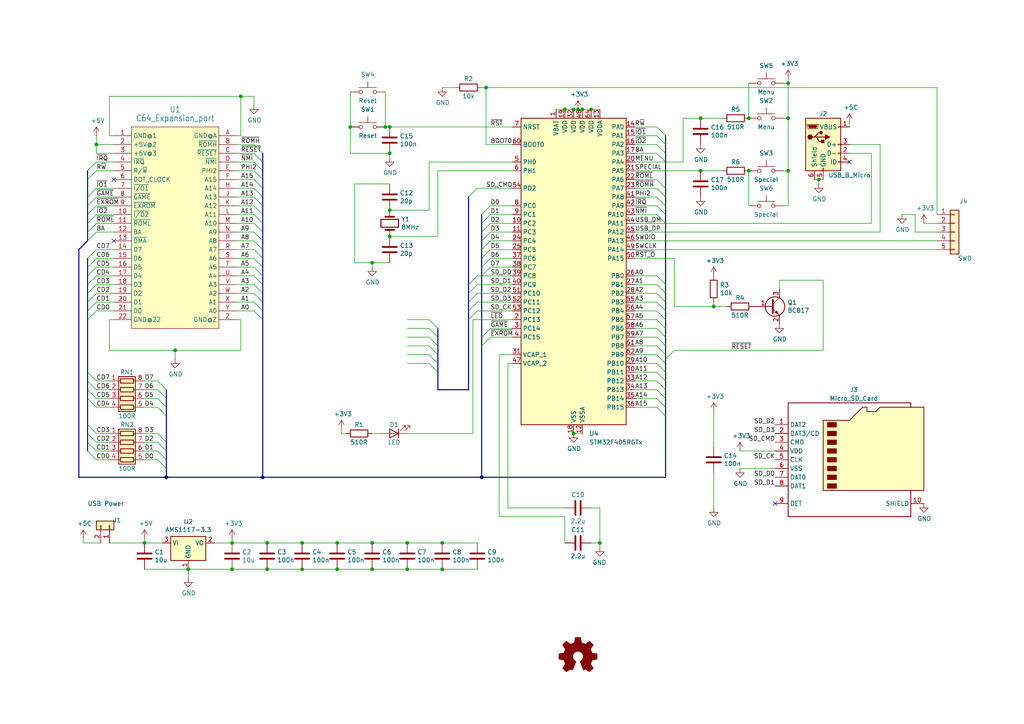
<source format=kicad_sch>
(kicad_sch (version 20230121) (generator eeschema)
  (paper "A4")
  (title_block (title "Kung Fu Flash reworked") (date "2023-06-02") (rev "2") (company "reworked PCB by FLACO 2023 based on design by Kim Jorgensen") (comment 1 "open hardware license") (comment 2 "github.com/f1ac0/C64") (comment 3 "github.com/KimJorgensen/KungFuFlash") (comment 4 "I changed the footprints for the parts I had in stock, updated the routing to suit my style"))
  (junction (at 77.47 165.1))
  (junction (at 54.61 165.1))
  (junction (at 228.6 24.13))
  (junction (at 101.6 36.83))
  (junction (at 50.8 101.6))
  (junction (at 228.6 49.53))
  (junction (at 168.91 31.75))
  (junction (at 217.17 49.53))
  (junction (at 67.31 157.48))
  (junction (at 139.7 138.43))
  (junction (at 113.03 60.96))
  (junction (at 87.63 157.48))
  (junction (at 97.79 157.48))
  (junction (at 107.95 76.2))
  (junction (at 118.11 157.48))
  (junction (at 228.6 34.29))
  (junction (at 171.45 31.75))
  (junction (at 203.2 34.29))
  (junction (at 166.37 125.73))
  (junction (at 173.99 157.48))
  (junction (at 237.49 52.07))
  (junction (at 113.03 68.58))
  (junction (at 87.63 165.1))
  (junction (at 48.26 138.43))
  (junction (at 128.27 165.1))
  (junction (at 107.95 165.1))
  (junction (at 97.79 165.1))
  (junction (at 140.97 25.4))
  (junction (at 41.91 157.48))
  (junction (at 77.47 157.48))
  (junction (at 69.85 27.94))
  (junction (at 111.76 36.83))
  (junction (at 163.83 31.75))
  (junction (at 203.2 49.53))
  (junction (at 67.31 165.1))
  (junction (at 113.03 44.45))
  (junction (at 167.64 31.75))
  (junction (at 128.27 157.48))
  (junction (at 113.03 36.83))
  (junction (at 118.11 165.1))
  (junction (at 217.17 34.29))
  (junction (at 27.94 41.91))
  (junction (at 166.37 31.75))
  (junction (at 207.01 88.9))
  (junction (at 76.2 138.43))
  (junction (at 107.95 157.48))
  (no_connect (at 224.79 146.05))
  (no_connect (at 246.38 46.99))
  (no_connect (at 33.02 69.85))
  (no_connect (at 33.02 52.07))
  (bus_entry (at 190.5 107.95) (size 2.54 2.54))
  (bus_entry (at 25.4 113.03) (size 2.54 2.54))
  (bus_entry (at 73.66 64.77) (size 2.54 2.54))
  (bus_entry (at 25.4 80.01) (size 2.54 -2.54))
  (bus_entry (at 190.5 97.79) (size 2.54 2.54))
  (bus_entry (at 25.4 52.07) (size 2.54 -2.54))
  (bus_entry (at 45.72 115.57) (size 2.54 2.54))
  (bus_entry (at 124.46 97.79) (size 2.54 2.54))
  (bus_entry (at 124.46 92.71) (size 2.54 2.54))
  (bus_entry (at 25.4 74.93) (size 2.54 -2.54))
  (bus_entry (at 135.89 90.17) (size 2.54 -2.54))
  (bus_entry (at 190.5 118.11) (size 2.54 2.54))
  (bus_entry (at 135.89 92.71) (size 2.54 -2.54))
  (bus_entry (at 73.66 59.69) (size 2.54 2.54))
  (bus_entry (at 190.5 100.33) (size 2.54 2.54))
  (bus_entry (at 45.72 128.27) (size 2.54 2.54))
  (bus_entry (at 25.4 128.27) (size 2.54 2.54))
  (bus_entry (at 25.4 59.69) (size 2.54 -2.54))
  (bus_entry (at 73.66 82.55) (size 2.54 2.54))
  (bus_entry (at 25.4 49.53) (size 2.54 -2.54))
  (bus_entry (at 73.66 41.91) (size 2.54 2.54))
  (bus_entry (at 25.4 115.57) (size 2.54 2.54))
  (bus_entry (at 25.4 92.71) (size 2.54 -2.54))
  (bus_entry (at 124.46 100.33) (size 2.54 2.54))
  (bus_entry (at 73.66 49.53) (size 2.54 2.54))
  (bus_entry (at 73.66 67.31) (size 2.54 2.54))
  (bus_entry (at 73.66 74.93) (size 2.54 2.54))
  (bus_entry (at 190.5 52.07) (size 2.54 2.54))
  (bus_entry (at 73.66 77.47) (size 2.54 2.54))
  (bus_entry (at 135.89 87.63) (size 2.54 -2.54))
  (bus_entry (at 124.46 102.87) (size 2.54 2.54))
  (bus_entry (at 25.4 67.31) (size 2.54 -2.54))
  (bus_entry (at 190.5 113.03) (size 2.54 2.54))
  (bus_entry (at 139.7 74.93) (size 2.54 -2.54))
  (bus_entry (at 139.7 64.77) (size 2.54 -2.54))
  (bus_entry (at 25.4 90.17) (size 2.54 -2.54))
  (bus_entry (at 25.4 77.47) (size 2.54 -2.54))
  (bus_entry (at 73.66 87.63) (size 2.54 2.54))
  (bus_entry (at 45.72 113.03) (size 2.54 2.54))
  (bus_entry (at 73.66 54.61) (size 2.54 2.54))
  (bus_entry (at 190.5 87.63) (size 2.54 2.54))
  (bus_entry (at 73.66 44.45) (size 2.54 2.54))
  (bus_entry (at 190.5 85.09) (size 2.54 2.54))
  (bus_entry (at 190.5 59.69) (size 2.54 2.54))
  (bus_entry (at 73.66 80.01) (size 2.54 2.54))
  (bus_entry (at 139.7 100.33) (size 2.54 -2.54))
  (bus_entry (at 190.5 41.91) (size 2.54 2.54))
  (bus_entry (at 190.5 115.57) (size 2.54 2.54))
  (bus_entry (at 190.5 39.37) (size 2.54 2.54))
  (bus_entry (at 25.4 125.73) (size 2.54 2.54))
  (bus_entry (at 139.7 67.31) (size 2.54 -2.54))
  (bus_entry (at 73.66 46.99) (size 2.54 2.54))
  (bus_entry (at 73.66 90.17) (size 2.54 2.54))
  (bus_entry (at 139.7 80.01) (size 2.54 -2.54))
  (bus_entry (at 45.72 130.81) (size 2.54 2.54))
  (bus_entry (at 190.5 80.01) (size 2.54 2.54))
  (bus_entry (at 25.4 107.95) (size 2.54 2.54))
  (bus_entry (at 139.7 97.79) (size 2.54 -2.54))
  (bus_entry (at 73.66 69.85) (size 2.54 2.54))
  (bus_entry (at 25.4 85.09) (size 2.54 -2.54))
  (bus_entry (at 25.4 82.55) (size 2.54 -2.54))
  (bus_entry (at 135.89 85.09) (size 2.54 -2.54))
  (bus_entry (at 193.04 104.14) (size 2.54 -2.54))
  (bus_entry (at 135.89 57.15) (size 2.54 -2.54))
  (bus_entry (at 45.72 133.35) (size 2.54 2.54))
  (bus_entry (at 25.4 110.49) (size 2.54 2.54))
  (bus_entry (at 190.5 105.41) (size 2.54 2.54))
  (bus_entry (at 135.89 82.55) (size 2.54 -2.54))
  (bus_entry (at 73.66 57.15) (size 2.54 2.54))
  (bus_entry (at 25.4 87.63) (size 2.54 -2.54))
  (bus_entry (at 190.5 90.17) (size 2.54 2.54))
  (bus_entry (at 139.7 77.47) (size 2.54 -2.54))
  (bus_entry (at 25.4 130.81) (size 2.54 2.54))
  (bus_entry (at 139.7 62.23) (size 2.54 -2.54))
  (bus_entry (at 73.66 52.07) (size 2.54 2.54))
  (bus_entry (at 139.7 69.85) (size 2.54 -2.54))
  (bus_entry (at 190.5 110.49) (size 2.54 2.54))
  (bus_entry (at 73.66 62.23) (size 2.54 2.54))
  (bus_entry (at 190.5 102.87) (size 2.54 2.54))
  (bus_entry (at 73.66 85.09) (size 2.54 2.54))
  (bus_entry (at 190.5 95.25) (size 2.54 2.54))
  (bus_entry (at 73.66 72.39) (size 2.54 2.54))
  (bus_entry (at 25.4 69.85) (size 2.54 -2.54))
  (bus_entry (at 45.72 125.73) (size 2.54 2.54))
  (bus_entry (at 25.4 123.19) (size 2.54 2.54))
  (bus_entry (at 190.5 57.15) (size 2.54 2.54))
  (bus_entry (at 139.7 72.39) (size 2.54 -2.54))
  (bus_entry (at 124.46 95.25) (size 2.54 2.54))
  (bus_entry (at 124.46 105.41) (size 2.54 2.54))
  (bus_entry (at 45.72 118.11) (size 2.54 2.54))
  (bus_entry (at 25.4 57.15) (size 2.54 -2.54))
  (bus_entry (at 25.4 64.77) (size 2.54 -2.54))
  (bus_entry (at 190.5 54.61) (size 2.54 2.54))
  (bus_entry (at 190.5 82.55) (size 2.54 2.54))
  (bus_entry (at 190.5 44.45) (size 2.54 2.54))
  (bus_entry (at 25.4 62.23) (size 2.54 -2.54))
  (bus_entry (at 190.5 92.71) (size 2.54 2.54))
  (bus_entry (at 45.72 110.49) (size 2.54 2.54))
  (bus_entry (at 190.5 36.83) (size 2.54 2.54))
  (bus_entry (at 190.5 62.23) (size 2.54 2.54))
  (wire (pts (xy 27.94 110.49) (xy 31.75 110.49)))
  (wire (pts (xy 207.01 119.38) (xy 207.01 129.54)))
  (wire (pts (xy 261.62 62.23) (xy 265.43 62.23)))
  (wire (pts (xy 140.97 41.91) (xy 140.97 25.4)))
  (bus (pts (xy 193.04 87.63) (xy 193.04 90.17)))
  (bus (pts (xy 76.2 59.69) (xy 76.2 62.23)))
  (wire (pts (xy 252.73 44.45) (xy 246.38 44.45)))
  (wire (pts (xy 228.6 49.53) (xy 227.33 49.53)))
  (wire (pts (xy 142.24 69.85) (xy 148.59 69.85)))
  (wire (pts (xy 50.8 101.6) (xy 69.85 101.6)))
  (wire (pts (xy 271.78 25.4) (xy 271.78 62.23)))
  (wire (pts (xy 167.64 31.75) (xy 166.37 31.75)))
  (wire (pts (xy 27.94 125.73) (xy 31.75 125.73)))
  (wire (pts (xy 144.78 149.86) (xy 144.78 102.87)))
  (bus (pts (xy 127 107.95) (xy 127 113.03)))
  (bus (pts (xy 193.04 92.71) (xy 193.04 95.25)))
  (bus (pts (xy 25.4 128.27) (xy 25.4 130.81)))
  (wire (pts (xy 73.66 27.94) (xy 73.66 30.48)))
  (bus (pts (xy 193.04 90.17) (xy 193.04 92.71)))
  (wire (pts (xy 62.23 157.48) (xy 67.31 157.48)))
  (wire (pts (xy 68.58 80.01) (xy 73.66 80.01)))
  (wire (pts (xy 68.58 64.77) (xy 73.66 64.77)))
  (wire (pts (xy 41.91 110.49) (xy 45.72 110.49)))
  (wire (pts (xy 41.91 115.57) (xy 45.72 115.57)))
  (wire (pts (xy 27.94 77.47) (xy 33.02 77.47)))
  (bus (pts (xy 22.86 138.43) (xy 48.26 138.43)))
  (wire (pts (xy 54.61 165.1) (xy 54.61 167.64)))
  (wire (pts (xy 27.94 74.93) (xy 33.02 74.93)))
  (bus (pts (xy 25.4 52.07) (xy 25.4 57.15)))
  (wire (pts (xy 111.76 36.83) (xy 113.03 36.83)))
  (wire (pts (xy 184.15 62.23) (xy 190.5 62.23)))
  (wire (pts (xy 138.43 82.55) (xy 148.59 82.55)))
  (wire (pts (xy 68.58 77.47) (xy 73.66 77.47)))
  (bus (pts (xy 76.2 64.77) (xy 76.2 67.31)))
  (wire (pts (xy 184.15 72.39) (xy 271.78 72.39)))
  (wire (pts (xy 27.94 118.11) (xy 31.75 118.11)))
  (wire (pts (xy 184.15 92.71) (xy 190.5 92.71)))
  (wire (pts (xy 118.11 125.73) (xy 137.16 125.73)))
  (bus (pts (xy 25.4 59.69) (xy 25.4 62.23)))
  (wire (pts (xy 228.6 34.29) (xy 228.6 49.53)))
  (bus (pts (xy 25.4 107.95) (xy 25.4 110.49)))
  (wire (pts (xy 203.2 34.29) (xy 209.55 34.29)))
  (wire (pts (xy 107.95 76.2) (xy 113.03 76.2)))
  (wire (pts (xy 184.15 52.07) (xy 190.5 52.07)))
  (bus (pts (xy 76.2 67.31) (xy 76.2 69.85)))
  (wire (pts (xy 184.15 113.03) (xy 190.5 113.03)))
  (wire (pts (xy 101.6 36.83) (xy 101.6 44.45)))
  (wire (pts (xy 31.75 27.94) (xy 69.85 27.94)))
  (wire (pts (xy 195.58 74.93) (xy 195.58 88.9)))
  (wire (pts (xy 238.76 81.28) (xy 226.06 81.28)))
  (bus (pts (xy 127 95.25) (xy 127 97.79)))
  (wire (pts (xy 124.46 46.99) (xy 148.59 46.99)))
  (wire (pts (xy 99.06 125.73) (xy 100.33 125.73)))
  (wire (pts (xy 142.24 64.77) (xy 148.59 64.77)))
  (wire (pts (xy 27.94 87.63) (xy 33.02 87.63)))
  (wire (pts (xy 67.31 157.48) (xy 67.31 156.21)))
  (bus (pts (xy 22.86 72.39) (xy 25.4 69.85)))
  (wire (pts (xy 207.01 88.9) (xy 210.82 88.9)))
  (wire (pts (xy 31.75 101.6) (xy 50.8 101.6)))
  (wire (pts (xy 68.58 74.93) (xy 73.66 74.93)))
  (wire (pts (xy 184.15 36.83) (xy 190.5 36.83)))
  (wire (pts (xy 184.15 59.69) (xy 190.5 59.69)))
  (wire (pts (xy 124.46 60.96) (xy 113.03 60.96)))
  (bus (pts (xy 135.89 90.17) (xy 135.89 92.71)))
  (bus (pts (xy 193.04 95.25) (xy 193.04 97.79)))
  (wire (pts (xy 68.58 85.09) (xy 73.66 85.09)))
  (wire (pts (xy 99.06 124.46) (xy 99.06 125.73)))
  (bus (pts (xy 25.4 82.55) (xy 25.4 85.09)))
  (wire (pts (xy 113.03 44.45) (xy 113.03 45.72)))
  (bus (pts (xy 25.4 113.03) (xy 25.4 115.57)))
  (bus (pts (xy 25.4 49.53) (xy 25.4 52.07)))
  (bus (pts (xy 76.2 82.55) (xy 76.2 85.09)))
  (wire (pts (xy 166.37 125.73) (xy 168.91 125.73)))
  (wire (pts (xy 228.6 22.86) (xy 228.6 24.13)))
  (wire (pts (xy 207.01 137.16) (xy 207.01 147.32)))
  (wire (pts (xy 142.24 67.31) (xy 148.59 67.31)))
  (bus (pts (xy 76.2 90.17) (xy 76.2 92.71)))
  (wire (pts (xy 27.94 72.39) (xy 33.02 72.39)))
  (wire (pts (xy 27.94 133.35) (xy 31.75 133.35)))
  (bus (pts (xy 76.2 62.23) (xy 76.2 64.77)))
  (wire (pts (xy 73.66 27.94) (xy 69.85 27.94)))
  (bus (pts (xy 193.04 39.37) (xy 193.04 41.91)))
  (wire (pts (xy 118.11 92.71) (xy 124.46 92.71)))
  (bus (pts (xy 25.4 62.23) (xy 25.4 64.77)))
  (wire (pts (xy 147.32 105.41) (xy 147.32 147.32)))
  (wire (pts (xy 87.63 165.1) (xy 97.79 165.1)))
  (bus (pts (xy 76.2 69.85) (xy 76.2 72.39)))
  (wire (pts (xy 27.94 62.23) (xy 33.02 62.23)))
  (wire (pts (xy 184.15 54.61) (xy 190.5 54.61)))
  (bus (pts (xy 139.7 100.33) (xy 139.7 138.43)))
  (bus (pts (xy 193.04 82.55) (xy 193.04 85.09)))
  (wire (pts (xy 69.85 27.94) (xy 69.85 39.37)))
  (wire (pts (xy 128.27 157.48) (xy 118.11 157.48)))
  (wire (pts (xy 184.15 90.17) (xy 190.5 90.17)))
  (wire (pts (xy 27.94 57.15) (xy 33.02 57.15)))
  (bus (pts (xy 193.04 54.61) (xy 193.04 57.15)))
  (bus (pts (xy 48.26 130.81) (xy 48.26 133.35)))
  (wire (pts (xy 68.58 39.37) (xy 69.85 39.37)))
  (bus (pts (xy 76.2 57.15) (xy 76.2 59.69)))
  (bus (pts (xy 139.7 138.43) (xy 193.04 138.43)))
  (wire (pts (xy 203.2 49.53) (xy 209.55 49.53)))
  (wire (pts (xy 142.24 59.69) (xy 148.59 59.69)))
  (wire (pts (xy 173.99 31.75) (xy 171.45 31.75)))
  (wire (pts (xy 184.15 115.57) (xy 190.5 115.57)))
  (wire (pts (xy 68.58 69.85) (xy 73.66 69.85)))
  (wire (pts (xy 27.94 59.69) (xy 33.02 59.69)))
  (wire (pts (xy 142.24 62.23) (xy 148.59 62.23)))
  (bus (pts (xy 76.2 138.43) (xy 139.7 138.43)))
  (wire (pts (xy 77.47 165.1) (xy 87.63 165.1)))
  (wire (pts (xy 265.43 62.23) (xy 265.43 67.31)))
  (wire (pts (xy 193.04 64.77) (xy 252.73 64.77)))
  (bus (pts (xy 76.2 85.09) (xy 76.2 87.63)))
  (wire (pts (xy 27.94 128.27) (xy 31.75 128.27)))
  (wire (pts (xy 193.04 46.99) (xy 198.12 46.99)))
  (wire (pts (xy 138.43 87.63) (xy 148.59 87.63)))
  (wire (pts (xy 246.38 41.91) (xy 255.27 41.91)))
  (wire (pts (xy 184.15 105.41) (xy 190.5 105.41)))
  (wire (pts (xy 54.61 165.1) (xy 67.31 165.1)))
  (wire (pts (xy 184.15 118.11) (xy 190.5 118.11)))
  (wire (pts (xy 41.91 125.73) (xy 45.72 125.73)))
  (wire (pts (xy 173.99 157.48) (xy 171.45 157.48)))
  (wire (pts (xy 184.15 100.33) (xy 190.5 100.33)))
  (wire (pts (xy 227.33 24.13) (xy 228.6 24.13)))
  (bus (pts (xy 135.89 113.03) (xy 127 113.03)))
  (wire (pts (xy 207.01 87.63) (xy 207.01 88.9)))
  (wire (pts (xy 137.16 92.71) (xy 137.16 125.73)))
  (wire (pts (xy 217.17 49.53) (xy 217.17 59.69)))
  (bus (pts (xy 48.26 128.27) (xy 48.26 130.81)))
  (bus (pts (xy 76.2 80.01) (xy 76.2 82.55)))
  (bus (pts (xy 139.7 80.01) (xy 139.7 97.79)))
  (wire (pts (xy 142.24 74.93) (xy 148.59 74.93)))
  (bus (pts (xy 193.04 107.95) (xy 193.04 110.49)))
  (bus (pts (xy 25.4 85.09) (xy 25.4 87.63)))
  (wire (pts (xy 27.94 39.37) (xy 27.94 41.91)))
  (wire (pts (xy 118.11 102.87) (xy 124.46 102.87)))
  (wire (pts (xy 27.94 90.17) (xy 33.02 90.17)))
  (bus (pts (xy 193.04 104.14) (xy 193.04 105.41)))
  (bus (pts (xy 193.04 44.45) (xy 193.04 46.99)))
  (wire (pts (xy 87.63 157.48) (xy 77.47 157.48)))
  (wire (pts (xy 118.11 97.79) (xy 124.46 97.79)))
  (wire (pts (xy 31.75 39.37) (xy 31.75 27.94)))
  (wire (pts (xy 107.95 165.1) (xy 118.11 165.1)))
  (wire (pts (xy 163.83 149.86) (xy 163.83 157.48)))
  (bus (pts (xy 193.04 46.99) (xy 193.04 54.61)))
  (bus (pts (xy 193.04 113.03) (xy 193.04 115.57)))
  (bus (pts (xy 25.4 125.73) (xy 25.4 128.27)))
  (wire (pts (xy 195.58 101.6) (xy 238.76 101.6)))
  (bus (pts (xy 135.89 92.71) (xy 135.89 113.03)))
  (wire (pts (xy 24.13 156.21) (xy 24.13 157.48)))
  (wire (pts (xy 27.94 44.45) (xy 27.94 41.91)))
  (wire (pts (xy 140.97 25.4) (xy 271.78 25.4)))
  (wire (pts (xy 41.91 156.21) (xy 41.91 157.48)))
  (wire (pts (xy 184.15 67.31) (xy 255.27 67.31)))
  (wire (pts (xy 68.58 46.99) (xy 73.66 46.99)))
  (wire (pts (xy 166.37 31.75) (xy 163.83 31.75)))
  (wire (pts (xy 171.45 31.75) (xy 168.91 31.75)))
  (bus (pts (xy 25.4 115.57) (xy 25.4 123.19)))
  (wire (pts (xy 144.78 102.87) (xy 148.59 102.87)))
  (wire (pts (xy 184.15 41.91) (xy 190.5 41.91)))
  (wire (pts (xy 27.94 67.31) (xy 33.02 67.31)))
  (wire (pts (xy 246.38 36.83) (xy 246.38 35.56)))
  (wire (pts (xy 198.12 34.29) (xy 203.2 34.29)))
  (wire (pts (xy 148.59 92.71) (xy 137.16 92.71)))
  (wire (pts (xy 118.11 157.48) (xy 107.95 157.48)))
  (wire (pts (xy 237.49 53.34) (xy 237.49 52.07)))
  (wire (pts (xy 27.94 82.55) (xy 33.02 82.55)))
  (wire (pts (xy 41.91 165.1) (xy 54.61 165.1)))
  (wire (pts (xy 27.94 80.01) (xy 33.02 80.01)))
  (wire (pts (xy 27.94 54.61) (xy 33.02 54.61)))
  (wire (pts (xy 184.15 39.37) (xy 190.5 39.37)))
  (wire (pts (xy 171.45 147.32) (xy 173.99 147.32)))
  (wire (pts (xy 27.94 41.91) (xy 33.02 41.91)))
  (bus (pts (xy 25.4 90.17) (xy 25.4 92.71)))
  (wire (pts (xy 267.97 64.77) (xy 271.78 64.77)))
  (wire (pts (xy 68.58 62.23) (xy 73.66 62.23)))
  (wire (pts (xy 228.6 49.53) (xy 228.6 59.69)))
  (wire (pts (xy 142.24 95.25) (xy 148.59 95.25)))
  (wire (pts (xy 68.58 67.31) (xy 73.66 67.31)))
  (wire (pts (xy 144.78 149.86) (xy 163.83 149.86)))
  (wire (pts (xy 97.79 165.1) (xy 107.95 165.1)))
  (wire (pts (xy 138.43 157.48) (xy 128.27 157.48)))
  (wire (pts (xy 107.95 76.2) (xy 107.95 77.47)))
  (wire (pts (xy 184.15 82.55) (xy 190.5 82.55)))
  (bus (pts (xy 48.26 115.57) (xy 48.26 118.11)))
  (bus (pts (xy 127 97.79) (xy 127 100.33)))
  (bus (pts (xy 76.2 72.39) (xy 76.2 74.93)))
  (wire (pts (xy 228.6 24.13) (xy 228.6 34.29)))
  (bus (pts (xy 135.89 85.09) (xy 135.89 87.63)))
  (wire (pts (xy 184.15 102.87) (xy 190.5 102.87)))
  (wire (pts (xy 68.58 72.39) (xy 73.66 72.39)))
  (bus (pts (xy 25.4 77.47) (xy 25.4 80.01)))
  (wire (pts (xy 184.15 107.95) (xy 190.5 107.95)))
  (wire (pts (xy 142.24 72.39) (xy 148.59 72.39)))
  (wire (pts (xy 41.91 133.35) (xy 45.72 133.35)))
  (bus (pts (xy 25.4 80.01) (xy 25.4 82.55)))
  (bus (pts (xy 139.7 64.77) (xy 139.7 67.31)))
  (wire (pts (xy 27.94 64.77) (xy 33.02 64.77)))
  (wire (pts (xy 252.73 64.77) (xy 252.73 44.45)))
  (bus (pts (xy 139.7 77.47) (xy 139.7 80.01)))
  (bus (pts (xy 25.4 87.63) (xy 25.4 90.17)))
  (bus (pts (xy 193.04 57.15) (xy 193.04 59.69)))
  (wire (pts (xy 67.31 165.1) (xy 77.47 165.1)))
  (wire (pts (xy 107.95 125.73) (xy 110.49 125.73)))
  (bus (pts (xy 139.7 74.93) (xy 139.7 77.47)))
  (wire (pts (xy 184.15 97.79) (xy 190.5 97.79)))
  (bus (pts (xy 193.04 62.23) (xy 193.04 64.77)))
  (wire (pts (xy 236.22 52.07) (xy 237.49 52.07)))
  (bus (pts (xy 25.4 74.93) (xy 25.4 77.47)))
  (wire (pts (xy 198.12 34.29) (xy 198.12 46.99)))
  (wire (pts (xy 228.6 59.69) (xy 227.33 59.69)))
  (wire (pts (xy 107.95 157.48) (xy 97.79 157.48)))
  (wire (pts (xy 147.32 147.32) (xy 163.83 147.32)))
  (bus (pts (xy 193.04 85.09) (xy 193.04 87.63)))
  (wire (pts (xy 113.03 36.83) (xy 148.59 36.83)))
  (wire (pts (xy 124.46 105.41) (xy 118.11 105.41)))
  (wire (pts (xy 184.15 110.49) (xy 190.5 110.49)))
  (bus (pts (xy 48.26 133.35) (xy 48.26 135.89)))
  (bus (pts (xy 48.26 118.11) (xy 48.26 120.65)))
  (wire (pts (xy 124.46 100.33) (xy 118.11 100.33)))
  (wire (pts (xy 68.58 52.07) (xy 73.66 52.07)))
  (wire (pts (xy 24.13 157.48) (xy 29.21 157.48)))
  (bus (pts (xy 76.2 92.71) (xy 76.2 138.43)))
  (wire (pts (xy 148.59 105.41) (xy 147.32 105.41)))
  (wire (pts (xy 184.15 85.09) (xy 190.5 85.09)))
  (wire (pts (xy 184.15 49.53) (xy 203.2 49.53)))
  (bus (pts (xy 193.04 115.57) (xy 193.04 118.11)))
  (wire (pts (xy 68.58 54.61) (xy 73.66 54.61)))
  (wire (pts (xy 184.15 80.01) (xy 190.5 80.01)))
  (bus (pts (xy 193.04 120.65) (xy 193.04 138.43)))
  (bus (pts (xy 127 105.41) (xy 127 107.95)))
  (wire (pts (xy 237.49 52.07) (xy 238.76 52.07)))
  (wire (pts (xy 140.97 41.91) (xy 148.59 41.91)))
  (wire (pts (xy 27.94 115.57) (xy 31.75 115.57)))
  (wire (pts (xy 41.91 118.11) (xy 45.72 118.11)))
  (wire (pts (xy 128.27 165.1) (xy 138.43 165.1)))
  (wire (pts (xy 173.99 157.48) (xy 173.99 158.75)))
  (bus (pts (xy 25.4 64.77) (xy 25.4 67.31)))
  (wire (pts (xy 139.7 80.01) (xy 148.59 80.01)))
  (wire (pts (xy 138.43 54.61) (xy 148.59 54.61)))
  (wire (pts (xy 226.06 81.28) (xy 226.06 83.82)))
  (bus (pts (xy 76.2 46.99) (xy 76.2 49.53)))
  (wire (pts (xy 128.27 25.4) (xy 132.08 25.4)))
  (bus (pts (xy 48.26 120.65) (xy 48.26 128.27)))
  (wire (pts (xy 101.6 44.45) (xy 113.03 44.45)))
  (wire (pts (xy 163.83 31.75) (xy 161.29 31.75)))
  (wire (pts (xy 184.15 87.63) (xy 190.5 87.63)))
  (wire (pts (xy 168.91 31.75) (xy 167.64 31.75)))
  (bus (pts (xy 25.4 67.31) (xy 25.4 69.85)))
  (wire (pts (xy 184.15 64.77) (xy 193.04 64.77)))
  (wire (pts (xy 68.58 82.55) (xy 73.66 82.55)))
  (wire (pts (xy 41.91 130.81) (xy 45.72 130.81)))
  (wire (pts (xy 111.76 26.67) (xy 111.76 36.83)))
  (bus (pts (xy 193.04 110.49) (xy 193.04 113.03)))
  (bus (pts (xy 76.2 49.53) (xy 76.2 52.07)))
  (wire (pts (xy 31.75 39.37) (xy 33.02 39.37)))
  (wire (pts (xy 68.58 57.15) (xy 73.66 57.15)))
  (wire (pts (xy 68.58 44.45) (xy 73.66 44.45)))
  (wire (pts (xy 255.27 41.91) (xy 255.27 67.31)))
  (bus (pts (xy 193.04 102.87) (xy 193.04 104.14)))
  (wire (pts (xy 41.91 113.03) (xy 45.72 113.03)))
  (bus (pts (xy 76.2 74.93) (xy 76.2 77.47)))
  (bus (pts (xy 25.4 110.49) (xy 25.4 113.03)))
  (wire (pts (xy 139.7 25.4) (xy 140.97 25.4)))
  (wire (pts (xy 227.33 34.29) (xy 228.6 34.29)))
  (wire (pts (xy 184.15 74.93) (xy 195.58 74.93)))
  (bus (pts (xy 25.4 57.15) (xy 25.4 59.69)))
  (wire (pts (xy 127 68.58) (xy 113.03 68.58)))
  (wire (pts (xy 50.8 104.14) (xy 50.8 101.6)))
  (bus (pts (xy 76.2 52.07) (xy 76.2 54.61)))
  (bus (pts (xy 193.04 64.77) (xy 193.04 82.55)))
  (wire (pts (xy 214.63 130.81) (xy 224.79 130.81)))
  (wire (pts (xy 113.03 53.34) (xy 102.87 53.34)))
  (bus (pts (xy 139.7 72.39) (xy 139.7 74.93)))
  (wire (pts (xy 124.46 46.99) (xy 124.46 60.96)))
  (bus (pts (xy 127 102.87) (xy 127 105.41)))
  (wire (pts (xy 68.58 59.69) (xy 73.66 59.69)))
  (wire (pts (xy 31.75 92.71) (xy 33.02 92.71)))
  (bus (pts (xy 48.26 135.89) (xy 48.26 138.43)))
  (bus (pts (xy 193.04 118.11) (xy 193.04 120.65)))
  (bus (pts (xy 135.89 82.55) (xy 135.89 85.09)))
  (wire (pts (xy 118.11 165.1) (xy 128.27 165.1)))
  (wire (pts (xy 102.87 53.34) (xy 102.87 76.2)))
  (wire (pts (xy 101.6 26.67) (xy 101.6 36.83)))
  (bus (pts (xy 25.4 123.19) (xy 25.4 125.73)))
  (wire (pts (xy 138.43 85.09) (xy 148.59 85.09)))
  (wire (pts (xy 138.43 90.17) (xy 148.59 90.17)))
  (wire (pts (xy 97.79 157.48) (xy 87.63 157.48)))
  (wire (pts (xy 173.99 147.32) (xy 173.99 157.48)))
  (wire (pts (xy 68.58 41.91) (xy 73.66 41.91)))
  (bus (pts (xy 25.4 92.71) (xy 25.4 107.95)))
  (bus (pts (xy 193.04 41.91) (xy 193.04 44.45)))
  (bus (pts (xy 76.2 44.45) (xy 76.2 46.99)))
  (wire (pts (xy 41.91 128.27) (xy 45.72 128.27)))
  (bus (pts (xy 139.7 67.31) (xy 139.7 69.85)))
  (wire (pts (xy 27.94 130.81) (xy 31.75 130.81)))
  (wire (pts (xy 124.46 95.25) (xy 118.11 95.25)))
  (bus (pts (xy 76.2 77.47) (xy 76.2 80.01)))
  (bus (pts (xy 135.89 87.63) (xy 135.89 90.17)))
  (wire (pts (xy 184.15 69.85) (xy 271.78 69.85)))
  (bus (pts (xy 76.2 87.63) (xy 76.2 90.17)))
  (bus (pts (xy 76.2 54.61) (xy 76.2 57.15)))
  (wire (pts (xy 184.15 95.25) (xy 190.5 95.25)))
  (bus (pts (xy 127 100.33) (xy 127 102.87)))
  (bus (pts (xy 193.04 59.69) (xy 193.04 62.23)))
  (bus (pts (xy 135.89 57.15) (xy 135.89 82.55)))
  (wire (pts (xy 27.94 49.53) (xy 33.02 49.53)))
  (wire (pts (xy 27.94 46.99) (xy 33.02 46.99)))
  (wire (pts (xy 46.99 157.48) (xy 41.91 157.48)))
  (wire (pts (xy 142.24 97.79) (xy 148.59 97.79)))
  (wire (pts (xy 214.63 135.89) (xy 224.79 135.89)))
  (bus (pts (xy 48.26 113.03) (xy 48.26 115.57)))
  (bus (pts (xy 22.86 72.39) (xy 22.86 138.43)))
  (wire (pts (xy 217.17 24.13) (xy 217.17 34.29)))
  (wire (pts (xy 69.85 101.6) (xy 69.85 92.71)))
  (wire (pts (xy 142.24 77.47) (xy 148.59 77.47)))
  (bus (pts (xy 139.7 97.79) (xy 139.7 100.33)))
  (bus (pts (xy 139.7 62.23) (xy 139.7 64.77)))
  (wire (pts (xy 184.15 44.45) (xy 190.5 44.45)))
  (wire (pts (xy 77.47 157.48) (xy 67.31 157.48)))
  (wire (pts (xy 68.58 90.17) (xy 73.66 90.17)))
  (wire (pts (xy 68.58 92.71) (xy 69.85 92.71)))
  (wire (pts (xy 102.87 76.2) (xy 107.95 76.2)))
  (wire (pts (xy 27.94 85.09) (xy 33.02 85.09)))
  (wire (pts (xy 127 49.53) (xy 148.59 49.53)))
  (wire (pts (xy 184.15 46.99) (xy 193.04 46.99)))
  (bus (pts (xy 193.04 97.79) (xy 193.04 100.33)))
  (wire (pts (xy 184.15 57.15) (xy 190.5 57.15)))
  (wire (pts (xy 31.75 92.71) (xy 31.75 101.6)))
  (wire (pts (xy 127 49.53) (xy 127 68.58)))
  (wire (pts (xy 238.76 101.6) (xy 238.76 81.28)))
  (wire (pts (xy 68.58 87.63) (xy 73.66 87.63)))
  (wire (pts (xy 31.75 157.48) (xy 41.91 157.48)))
  (wire (pts (xy 27.94 113.03) (xy 31.75 113.03)))
  (bus (pts (xy 139.7 69.85) (xy 139.7 72.39)))
  (wire (pts (xy 138.43 80.01) (xy 139.7 80.01)))
  (wire (pts (xy 265.43 67.31) (xy 271.78 67.31)))
  (bus (pts (xy 193.04 100.33) (xy 193.04 102.87)))
  (wire (pts (xy 68.58 49.53) (xy 73.66 49.53)))
  (bus (pts (xy 48.26 138.43) (xy 76.2 138.43)))
  (wire (pts (xy 195.58 88.9) (xy 207.01 88.9)))
  (wire (pts (xy 27.94 44.45) (xy 33.02 44.45)))
  (bus (pts (xy 193.04 105.41) (xy 193.04 107.95)))
  (label "A15" (at 69.85 52.07 0))
  (label "D6" (at 41.91 113.03 0))
  (label "A13" (at 69.85 57.15 0))
  (label "CD7" (at 27.94 72.39 0))
  (label "A2" (at 184.15 85.09 0))
  (label "BA" (at 27.94 67.31 0))
  (label "CD1" (at 27.94 87.63 0))
  (label "~{IO2}" (at 184.15 41.91 0))
  (label "CD4" (at 27.94 118.11 0))
  (label "A5" (at 184.15 92.71 0))
  (label "D6" (at 142.24 74.93 0))
  (label "CD1" (at 27.94 130.81 0))
  (label "A11" (at 184.15 107.95 0))
  (label "A10" (at 184.15 105.41 0))
  (label "MENU" (at 184.15 46.99 0))
  (label "A14" (at 184.15 115.57 0))
  (label "CD4" (at 27.94 80.01 0))
  (label "SD_D2" (at 142.24 85.09 0))
  (label "A9" (at 69.85 67.31 0))
  (label "SD_D0" (at 224.79 138.43 180))
  (label "~{RESET}" (at 69.85 44.45 0))
  (label "A0" (at 69.85 90.17 0))
  (label "D1" (at 142.24 62.23 0))
  (label "A0" (at 184.15 80.01 0))
  (label "~{IO1}" (at 27.94 54.61 0))
  (label "A4" (at 184.15 90.17 0))
  (label "CD6" (at 27.94 113.03 0))
  (label "A12" (at 69.85 59.69 0))
  (label "A13" (at 184.15 113.03 0))
  (label "A14" (at 69.85 54.61 0))
  (label "PHI2" (at 184.15 57.15 0))
  (label "SD_D2" (at 224.79 123.19 180))
  (label "PHI2" (at 69.85 49.53 0))
  (label "A15" (at 184.15 118.11 0))
  (label "SD_D1" (at 142.24 82.55 0))
  (label "~{GAME}" (at 142.24 95.25 0))
  (label "R~{W}" (at 184.15 36.83 0))
  (label "A8" (at 69.85 69.85 0))
  (label "D3" (at 142.24 67.31 0))
  (label "D2" (at 142.24 64.77 0))
  (label "CD5" (at 27.94 77.47 0))
  (label "D0" (at 41.91 133.35 0))
  (label "CD0" (at 27.94 90.17 0))
  (label "CD7" (at 27.94 110.49 0))
  (label "~{LED}" (at 142.24 92.71 0))
  (label "USB_DM" (at 184.15 64.77 0))
  (label "~{RST_O}" (at 184.15 74.93 0))
  (label "~{EXROM}" (at 27.94 59.69 0))
  (label "D4" (at 142.24 69.85 0))
  (label "D7" (at 142.24 77.47 0))
  (label "SD_CK" (at 224.79 133.35 180))
  (label "CD0" (at 27.94 133.35 0))
  (label "~{IRQ}" (at 184.15 59.69 0))
  (label "~{GAME}" (at 27.94 57.15 0))
  (label "~{IO1}" (at 184.15 39.37 0))
  (label "R~{W}" (at 27.94 49.53 0))
  (label "A3" (at 69.85 82.55 0))
  (label "~{EXROM}" (at 142.24 97.79 0))
  (label "D7" (at 41.91 110.49 0))
  (label "~{NMI}" (at 184.15 62.23 0))
  (label "D0" (at 142.24 59.69 0))
  (label "CD5" (at 27.94 115.57 0))
  (label "A6" (at 184.15 95.25 0))
  (label "~{NMI}" (at 69.85 46.99 0))
  (label "BOOT0" (at 142.24 41.91 0))
  (label "A5" (at 69.85 77.47 0))
  (label "A7" (at 184.15 97.79 0))
  (label "CD2" (at 27.94 85.09 0))
  (label "CD2" (at 27.94 128.27 0))
  (label "A1" (at 69.85 87.63 0))
  (label "SD_D3" (at 142.24 87.63 0))
  (label "BA" (at 184.15 44.45 0))
  (label "SPECIAL" (at 184.15 49.53 0))
  (label "CD6" (at 27.94 74.93 0))
  (label "A3" (at 184.15 87.63 0))
  (label "A2" (at 69.85 85.09 0))
  (label "SD_CK" (at 142.24 90.17 0))
  (label "CD3" (at 27.94 82.55 0))
  (label "SD_D3" (at 224.79 125.73 180))
  (label "D2" (at 41.91 128.27 0))
  (label "A12" (at 184.15 110.49 0))
  (label "~{RST}" (at 142.24 36.83 0))
  (label "D5" (at 142.24 72.39 0))
  (label "A11" (at 69.85 62.23 0))
  (label "~{ROML}" (at 27.94 64.77 0))
  (label "D1" (at 41.91 130.81 0))
  (label "D3" (at 41.91 125.73 0))
  (label "D4" (at 41.91 118.11 0))
  (label "CD3" (at 27.94 125.73 0))
  (label "A8" (at 184.15 100.33 0))
  (label "~{ROML}" (at 184.15 52.07 0))
  (label "~{ROMH}" (at 184.15 54.61 0))
  (label "A10" (at 69.85 64.77 0))
  (label "~{IO2}" (at 27.94 62.23 0))
  (label "A4" (at 69.85 80.01 0))
  (label "SD_D1" (at 224.79 140.97 180))
  (label "USB_DP" (at 184.15 67.31 0))
  (label "SD_CMD" (at 140.97 54.61 0))
  (label "SWCLK" (at 184.15 72.39 0))
  (label "A9" (at 184.15 102.87 0))
  (label "~{RESET}" (at 212.09 101.6 0))
  (label "SWDIO" (at 184.15 69.85 0))
  (label "~{ROMH}" (at 69.85 41.91 0))
  (label "A7" (at 69.85 72.39 0))
  (label "A1" (at 184.15 82.55 0))
  (label "A6" (at 69.85 74.93 0))
  (label "SD_D0" (at 142.24 80.01 0))
  (label "~{IRQ}" (at 27.94 46.99 0))
  (label "D5" (at 41.91 115.57 0))
  (label "SD_CMD" (at 224.79 128.27 180))
  (symbol (lib_id "power:GND") (at 73.66 30.48 0) (unit 1)
    (property "Reference" "#PWR0101" (effects hide))
    (property "Value" "GND" (at 73.787 34.8742 0))
  )
  (symbol (lib_id "Device:R_Pack04") (at 36.83 115.57 270) (unit 1)
    (property "Reference" "RN1" (at 36.83 107.95 90))
    (property "Value" "100R" (at 36.83 120.65 90))
    (property "Footprint" "Resistor_SMD:R_Array_Convex_4x0603" (effects hide))
  )
  (symbol (lib_id "Device:R_Pack04") (at 36.83 130.81 270) (unit 1)
    (property "Reference" "RN2" (at 36.83 123.19 90))
    (property "Value" "100R" (at 36.83 135.89 90))
    (property "Footprint" "Resistor_SMD:R_Array_Convex_4x0603" (effects hide))
  )
  (symbol (lib_id "power:GND") (at 50.8 104.14 0) (unit 1)
    (property "Reference" "#PWR0102" (effects hide))
    (property "Value" "GND" (at 50.927 108.5342 0))
  )
  (symbol (lib_id "Switch:SW_Push") (at 222.25 34.29 0) (mirror y) (unit 1)
    (property "Reference" "SW2" (at 222.25 29.21 0))
    (property "Value" "Menu" (at 222.25 36.83 0))
    (property "Footprint" "Button_Switch_THT:SW_PUSH_6mm_H8mm" (effects hide))
  )
  (symbol (lib_id "power:+3V3") (at 67.31 156.21 0) (unit 1)
    (property "Reference" "#PWR0114" (effects hide))
    (property "Value" "+3V3" (at 67.691 151.8158 0))
  )
  (symbol (lib_id "Switch:SW_Push") (at 222.25 49.53 0) (mirror y) (unit 1)
    (property "Reference" "SW3" (at 222.25 44.45 0))
    (property "Value" "Special" (at 222.25 52.07 0))
    (property "Footprint" "Button_Switch_THT:SW_PUSH_6mm_H8mm" (effects hide))
  )
  (symbol (lib_id "Device:R") (at 213.36 34.29 270) (unit 1)
    (property "Reference" "R5" (at 213.36 31.75 90))
    (property "Value" "510R" (at 213.36 36.83 90))
    (property "Footprint" "Resistor_SMD:R_0805_2012Metric_Pad1.20x1.40mm_HandSolder" (effects hide))
  )
  (symbol (lib_id "Device:R") (at 213.36 49.53 270) (unit 1)
    (property "Reference" "R6" (at 213.36 46.99 90))
    (property "Value" "510R" (at 213.36 52.07 90))
    (property "Footprint" "Resistor_SMD:R_0805_2012Metric_Pad1.20x1.40mm_HandSolder" (effects hide))
  )
  (symbol (lib_id "power:+3V3") (at 228.6 22.86 0) (unit 1)
    (property "Reference" "#PWR0103" (effects hide))
    (property "Value" "+3V3" (at 228.981 18.4658 0))
  )
  (symbol (lib_id "Device:R") (at 207.01 83.82 0) (unit 1)
    (property "Reference" "R3" (at 208.788 82.6516 0) (effects (justify left)))
    (property "Value" "10k" (at 208.788 84.963 0) (effects (justify left)))
    (property "Footprint" "Resistor_SMD:R_0805_2012Metric_Pad1.20x1.40mm_HandSolder" (effects hide))
  )
  (symbol (lib_id "Device:R") (at 214.63 88.9 270) (unit 1)
    (property "Reference" "R4" (at 214.63 86.36 90))
    (property "Value" "510R" (at 214.63 91.44 90))
    (property "Footprint" "Resistor_SMD:R_0805_2012Metric_Pad1.20x1.40mm_HandSolder" (effects hide))
  )
  (symbol (lib_id "Transistor_BJT:BC817") (at 223.52 88.9 0) (unit 1)
    (property "Reference" "Q1" (at 228.3714 87.7316 0) (effects (justify left)))
    (property "Value" "BC817" (at 228.3714 90.043 0) (effects (justify left)))
    (property "Footprint" "Package_TO_SOT_SMD:SOT-23" (effects hide))
    (property "Datasheet" "http://www.fairchildsemi.com/ds/BC/BC817.pdf" (effects hide))
  )
  (symbol (lib_id "power:GND") (at 226.06 93.98 0) (unit 1)
    (property "Reference" "#PWR0104" (effects hide))
    (property "Value" "GND" (at 226.187 98.3742 0))
  )
  (symbol (lib_id "power:+3V3") (at 207.01 80.01 0) (unit 1)
    (property "Reference" "#PWR0105" (effects hide))
    (property "Value" "+3V3" (at 207.391 75.6158 0))
  )
  (symbol (lib_id "Connector:USB_B_Micro") (at 238.76 41.91 0) (unit 1)
    (property "Reference" "J2" (at 238.76 33.02 0))
    (property "Value" "USB_B_Micro" (at 246.38 50.8 0))
    (property "Footprint" "Connector_USB:USB_Micro-B_Molex-105017-0001" (effects hide))
  )
  (symbol (lib_id "power:GND") (at 237.49 53.34 0) (unit 1)
    (property "Reference" "#PWR0106" (effects hide))
    (property "Value" "GND" (at 237.617 57.7342 0))
  )
  (symbol (lib_id "power:+5C") (at 246.38 35.56 0) (unit 1)
    (property "Reference" "#PWR0107" (effects hide))
    (property "Value" "+5C" (at 246.761 31.1658 0))
  )
  (symbol (lib_id "power:+5V") (at 27.94 39.37 0) (unit 1)
    (property "Reference" "#PWR0108" (effects hide))
    (property "Value" "+5V" (at 28.321 34.9758 0))
  )
  (symbol (lib_id "Device:R") (at 135.89 25.4 270) (unit 1)
    (property "Reference" "R2" (at 135.89 22.86 90))
    (property "Value" "10k" (at 135.89 27.94 90))
    (property "Footprint" "Resistor_SMD:R_0805_2012Metric_Pad1.20x1.40mm_HandSolder" (effects hide))
  )
  (symbol (lib_id "power:GND") (at 128.27 25.4 0) (unit 1)
    (property "Reference" "#PWR0109" (effects hide))
    (property "Value" "GND" (at 128.397 29.7942 0))
  )
  (symbol (lib_id "Device:Crystal") (at 113.03 64.77 270) (unit 1)
    (property "Reference" "Y1" (at 116.3574 63.6016 90) (effects (justify left)))
    (property "Value" "8MHz" (at 116.3574 65.913 90) (effects (justify left)))
    (property "Footprint" "Crystal:Crystal_HC49-U_Vertical" (effects hide))
  )
  (symbol (lib_id "Device:C") (at 113.03 57.15 0) (unit 1)
    (property "Reference" "C12" (at 115.951 55.9816 0) (effects (justify left)))
    (property "Value" "20p" (at 115.951 58.293 0) (effects (justify left)))
    (property "Footprint" "Capacitor_SMD:C_0805_2012Metric_Pad1.18x1.45mm_HandSolder" (effects hide))
  )
  (symbol (lib_id "Device:C") (at 113.03 72.39 0) (unit 1)
    (property "Reference" "C13" (at 115.951 71.2216 0) (effects (justify left)))
    (property "Value" "20p" (at 115.951 73.533 0) (effects (justify left)))
    (property "Footprint" "Capacitor_SMD:C_0805_2012Metric_Pad1.18x1.45mm_HandSolder" (effects hide))
  )
  (symbol (lib_id "power:GND") (at 107.95 77.47 0) (unit 1)
    (property "Reference" "#PWR0110" (effects hide))
    (property "Value" "GND" (at 108.077 81.8642 0))
  )
  (symbol (lib_id "Connector_Generic:Conn_01x05") (at 276.86 67.31 0) (unit 1)
    (property "Reference" "J4" (at 280.67 58.42 0) (effects (justify right)))
    (property "Value" "SWD" (at 281.94 74.93 0) (effects (justify right)))
    (property "Footprint" "Connector_PinHeader_2.54mm:PinHeader_1x05_P2.54mm_Vertical" (effects hide))
  )
  (symbol (lib_id "power:+3V3") (at 267.97 64.77 0) (unit 1)
    (property "Reference" "#PWR0111" (effects hide))
    (property "Value" "+3V3" (at 268.351 60.3758 0))
  )
  (symbol (lib_id "power:GND") (at 261.62 62.23 0) (unit 1)
    (property "Reference" "#PWR0112" (effects hide))
    (property "Value" "GND" (at 261.747 66.6242 0))
  )
  (symbol (lib_id "Device:R") (at 104.14 125.73 270) (unit 1)
    (property "Reference" "R1" (at 104.14 123.19 90))
    (property "Value" "510R" (at 104.14 128.27 90))
    (property "Footprint" "Resistor_SMD:R_0805_2012Metric_Pad1.20x1.40mm_HandSolder" (effects hide))
  )
  (symbol (lib_id "Device:LED") (at 114.3 125.73 180) (unit 1)
    (property "Reference" "D1" (at 114.3 123.19 0))
    (property "Value" "LED" (at 114.3 128.27 0))
    (property "Footprint" "LED_SMD:LED_0805_2012Metric_Pad1.15x1.40mm_HandSolder" (effects hide))
  )
  (symbol (lib_id "power:+3V3") (at 99.06 124.46 0) (unit 1)
    (property "Reference" "#PWR0113" (effects hide))
    (property "Value" "+3V3" (at 99.441 120.0658 0))
  )
  (symbol (lib_id "Device:C") (at 203.2 53.34 0) (unit 1)
    (property "Reference" "C17" (at 206.121 52.1716 0) (effects (justify left)))
    (property "Value" "100n" (at 206.121 54.483 0) (effects (justify left)))
    (property "Footprint" "Capacitor_SMD:C_0805_2012Metric_Pad1.18x1.45mm_HandSolder" (effects hide))
  )
  (symbol (lib_id "Device:C") (at 203.2 38.1 0) (unit 1)
    (property "Reference" "C16" (at 206.121 36.9316 0) (effects (justify left)))
    (property "Value" "100n" (at 206.121 39.243 0) (effects (justify left)))
    (property "Footprint" "Capacitor_SMD:C_0805_2012Metric_Pad1.18x1.45mm_HandSolder" (effects hide))
  )
  (symbol (lib_id "power:GND") (at 203.2 57.15 0) (unit 1)
    (property "Reference" "#PWR0124" (effects hide))
    (property "Value" "GND" (at 203.327 61.5442 0))
  )
  (symbol (lib_id "power:GND") (at 203.2 41.91 0) (unit 1)
    (property "Reference" "#PWR0125" (effects hide))
    (property "Value" "GND" (at 203.327 46.3042 0))
  )
  (symbol (lib_id "power:GND") (at 207.01 147.32 0) (unit 1)
    (property "Reference" "#PWR0115" (effects hide))
    (property "Value" "GND" (at 207.137 151.7142 0))
  )
  (symbol (lib_id "power:+3V3") (at 207.01 119.38 0) (unit 1)
    (property "Reference" "#PWR0116" (effects hide))
    (property "Value" "+3V3" (at 207.391 114.9858 0))
  )
  (symbol (lib_id "Device:C") (at 207.01 133.35 0) (unit 1)
    (property "Reference" "C14" (at 209.931 132.1816 0) (effects (justify left)))
    (property "Value" "100n" (at 209.931 134.493 0) (effects (justify left)))
    (property "Footprint" "Capacitor_SMD:C_0805_2012Metric_Pad1.18x1.45mm_HandSolder" (effects hide))
  )
  (symbol (lib_id "Regulator_Linear:AMS1117-3.3") (at 54.61 157.48 0) (unit 1)
    (property "Reference" "U2" (at 54.61 151.3332 0))
    (property "Value" "AMS1117-3.3" (at 54.61 153.6446 0))
    (property "Footprint" "Package_TO_SOT_SMD:SOT-223-3_TabPin2" (effects hide))
    (property "Datasheet" "http://www.advanced-monolithic.com/pdf/ds1117.pdf" (effects hide))
  )
  (symbol (lib_id "Device:C") (at 41.91 161.29 0) (unit 1)
    (property "Reference" "C1" (at 44.831 160.1216 0) (effects (justify left)))
    (property "Value" "10u" (at 44.831 162.433 0) (effects (justify left)))
    (property "Footprint" "Capacitor_SMD:C_0805_2012Metric_Pad1.18x1.45mm_HandSolder" (effects hide))
  )
  (symbol (lib_id "Device:C") (at 67.31 161.29 0) (unit 1)
    (property "Reference" "C2" (at 70.231 160.1216 0) (effects (justify left)))
    (property "Value" "10u" (at 70.231 162.433 0) (effects (justify left)))
    (property "Footprint" "Capacitor_SMD:C_0805_2012Metric_Pad1.18x1.45mm_HandSolder" (effects hide))
  )
  (symbol (lib_id "power:GND") (at 54.61 167.64 0) (unit 1)
    (property "Reference" "#PWR0117" (effects hide))
    (property "Value" "GND" (at 54.737 172.0342 0))
  )
  (symbol (lib_id "power:+5V") (at 41.91 156.21 0) (unit 1)
    (property "Reference" "#PWR0118" (effects hide))
    (property "Value" "+5V" (at 42.291 151.8158 0))
  )
  (symbol (lib_id "power:+5C") (at 24.13 156.21 0) (unit 1)
    (property "Reference" "#PWR0119" (effects hide))
    (property "Value" "+5C" (at 24.511 151.8158 0))
  )
  (symbol (lib_id "Device:C") (at 167.64 157.48 270) (mirror x) (unit 1)
    (property "Reference" "C11" (at 167.64 153.67 90))
    (property "Value" "2.2u" (at 167.64 161.29 90))
    (property "Footprint" "Capacitor_SMD:C_0805_2012Metric_Pad1.18x1.45mm_HandSolder" (effects hide))
  )
  (symbol (lib_id "Device:C") (at 167.64 147.32 90) (mirror x) (unit 1)
    (property "Reference" "C10" (at 167.64 143.51 90))
    (property "Value" "2.2u" (at 167.64 151.13 90))
    (property "Footprint" "Capacitor_SMD:C_0805_2012Metric_Pad1.18x1.45mm_HandSolder" (effects hide))
  )
  (symbol (lib_id "power:GND") (at 173.99 158.75 0) (mirror y) (unit 1)
    (property "Reference" "#PWR0120" (effects hide))
    (property "Value" "GND" (at 173.863 163.1442 0))
  )
  (symbol (lib_id "power:+3V3") (at 167.64 31.75 0) (unit 1)
    (property "Reference" "#PWR0121" (effects hide))
    (property "Value" "+3V3" (at 168.021 27.3558 0))
  )
  (symbol (lib_id "power:GND") (at 166.37 125.73 0) (unit 1)
    (property "Reference" "#PWR0122" (effects hide))
    (property "Value" "GND" (at 166.497 130.1242 0))
  )
  (symbol (lib_id "Switch:SW_Push") (at 106.68 36.83 0) (unit 1)
    (property "Reference" "SW1" (at 106.68 31.75 0))
    (property "Value" "Reset" (at 106.68 39.37 0))
    (property "Footprint" "Button_Switch_THT:SW_PUSH_6mm_H8mm" (effects hide))
  )
  (symbol (lib_id "Device:C") (at 113.03 40.64 0) (unit 1)
    (property "Reference" "C15" (at 115.951 39.4716 0) (effects (justify left)))
    (property "Value" "100n" (at 115.951 41.783 0) (effects (justify left)))
    (property "Footprint" "Capacitor_SMD:C_0805_2012Metric_Pad1.18x1.45mm_HandSolder" (effects hide))
  )
  (symbol (lib_id "power:GND") (at 113.03 45.72 0) (unit 1)
    (property "Reference" "#PWR0123" (effects hide))
    (property "Value" "GND" (at 113.157 50.1142 0))
  )
  (symbol (lib_id "Graphic:Logo_Open_Hardware_Small") (at 167.64 190.5 0) (unit 1)
    (property "Reference" "#LOGO1" (effects hide))
    (property "Value" "Logo_Open_Hardware_Small" (effects hide))
  )
  (symbol (lib_id "Device:C") (at 77.47 161.29 0) (unit 1)
    (property "Reference" "C3" (at 80.391 160.1216 0) (effects (justify left)))
    (property "Value" "100n" (at 80.391 162.433 0) (effects (justify left)))
    (property "Footprint" "Capacitor_SMD:C_0805_2012Metric_Pad1.18x1.45mm_HandSolder" (effects hide))
  )
  (symbol (lib_id "Device:C") (at 87.63 161.29 0) (unit 1)
    (property "Reference" "C4" (at 90.551 160.1216 0) (effects (justify left)))
    (property "Value" "100n" (at 90.551 162.433 0) (effects (justify left)))
    (property "Footprint" "Capacitor_SMD:C_0805_2012Metric_Pad1.18x1.45mm_HandSolder" (effects hide))
  )
  (symbol (lib_id "Device:C") (at 97.79 161.29 0) (unit 1)
    (property "Reference" "C5" (at 100.711 160.1216 0) (effects (justify left)))
    (property "Value" "100n" (at 100.711 162.433 0) (effects (justify left)))
    (property "Footprint" "Capacitor_SMD:C_0805_2012Metric_Pad1.18x1.45mm_HandSolder" (effects hide))
  )
  (symbol (lib_id "Device:C") (at 107.95 161.29 0) (unit 1)
    (property "Reference" "C6" (at 110.871 160.1216 0) (effects (justify left)))
    (property "Value" "100n" (at 110.871 162.433 0) (effects (justify left)))
    (property "Footprint" "Capacitor_SMD:C_0805_2012Metric_Pad1.18x1.45mm_HandSolder" (effects hide))
  )
  (symbol (lib_id "Device:C") (at 118.11 161.29 0) (unit 1)
    (property "Reference" "C7" (at 121.031 160.1216 0) (effects (justify left)))
    (property "Value" "100n" (at 121.031 162.433 0) (effects (justify left)))
    (property "Footprint" "Capacitor_SMD:C_0805_2012Metric_Pad1.18x1.45mm_HandSolder" (effects hide))
  )
  (symbol (lib_id "Device:C") (at 128.27 161.29 0) (unit 1)
    (property "Reference" "C8" (at 131.191 160.1216 0) (effects (justify left)))
    (property "Value" "100n" (at 131.191 162.433 0) (effects (justify left)))
    (property "Footprint" "Capacitor_SMD:C_0805_2012Metric_Pad1.18x1.45mm_HandSolder" (effects hide))
  )
  (symbol (lib_id "Device:C") (at 138.43 161.29 0) (unit 1)
    (property "Reference" "C9" (at 141.351 160.1216 0) (effects (justify left)))
    (property "Value" "100n" (at 141.351 162.433 0) (effects (justify left)))
    (property "Footprint" "Capacitor_SMD:C_0805_2012Metric_Pad1.18x1.45mm_HandSolder" (effects hide))
  )
  (symbol (lib_id "Connector_Generic:Conn_01x02") (at 31.75 152.4 270) (mirror x) (unit 1)
    (property "Reference" "J1" (at 32.766 150.876 90) (effects (justify left)))
    (property "Value" "USB Power" (at 25.4 146.05 90) (effects (justify left)))
    (property "Footprint" "Connector_PinHeader_2.54mm:PinHeader_1x02_P2.54mm_Vertical" (effects hide))
  )
  (symbol (lib_id "Switch:SW_Push") (at 106.68 26.67 0) (unit 1)
    (property "Reference" "SW4" (at 106.68 21.59 0))
    (property "Value" "Reset" (at 106.68 29.21 0))
    (property "Footprint" "Button_Switch_SMD:SW_SPST_CK_RS282G05A3" (effects hide))
  )
  (symbol (lib_id "Switch:SW_Push") (at 222.25 24.13 0) (mirror y) (unit 1)
    (property "Reference" "SW5" (at 222.25 19.05 0))
    (property "Value" "Menu" (at 222.25 26.67 0))
    (property "Footprint" "Button_Switch_SMD:SW_SPST_CK_RS282G05A3" (effects hide))
  )
  (symbol (lib_id "Sassa:C64_Expansion_port") (at 50.8 64.77 0) (unit 1)
    (property "Reference" "U1" (at 50.8 31.75 0) (effects (font (size 1.778 1.5113))))
    (property "Value" "C64_Expansion_port" (at 50.8 34.29 0) (effects (font (size 1.778 1.5113))))
    (property "Footprint" "Sassa:C64_Expansion_2x22_P2.54mm" (effects hide))
  )
  (symbol (lib_id "MCU_ST_STM32F4:STM32F405RGTx") (at 166.37 80.01 0) (unit 1)
    (property "Reference" "U4" (at 170.8659 125.73 0) (effects (justify left)))
    (property "Value" "STM32F405RGTx" (at 170.8659 128.27 0) (effects (justify left)))
    (property "Footprint" "Package_QFP:LQFP-64_10x10mm_P0.5mm" (effects hide))
    (property "Datasheet" "https://www.st.com/resource/en/datasheet/stm32f405rg.pdf" (effects hide))
  )
  (symbol (lib_id "Connector:Micro_SD_Card_Det1") (at 247.65 133.35 0) (unit 1)
    (property "Reference" "J3" (at 247.65 113.03 0))
    (property "Value" "Micro_SD_Card" (at 247.65 115.57 0))
    (property "Footprint" "Sassa:TFP09-2-12B_larger_pad" (effects hide))
    (property "Datasheet" "https://datasheet.lcsc.com/lcsc/2110151630_XKB-Connectivity-XKTF-015-N_C381082.pdf" (effects hide))
  )
  (symbol (lib_id "power:GND") (at 214.63 135.89 0) (unit 1)
    (property "Reference" "#PWR02" (effects hide))
    (property "Value" "GND" (at 214.757 140.2842 0))
  )
  (symbol (lib_id "power:+3V3") (at 214.63 130.81 0) (unit 1)
    (property "Reference" "#PWR01" (effects hide))
    (property "Value" "+3V3" (at 215.011 126.4158 0))
  )
  (symbol (lib_id "power:GND") (at 267.97 146.05 0) (unit 1)
    (property "Reference" "#PWR03" (effects hide))
    (property "Value" "GND" (at 268.097 150.4442 0))
  )
  (symbol (lib_id "Switch:SW_Push") (at 222.25 59.69 0) (mirror y) (unit 1)
    (property "Reference" "SW6" (at 222.25 54.61 0))
    (property "Value" "Special" (at 222.25 62.23 0))
    (property "Footprint" "Button_Switch_SMD:SW_SPST_CK_RS282G05A3" (effects hide))
  )
)
</source>
